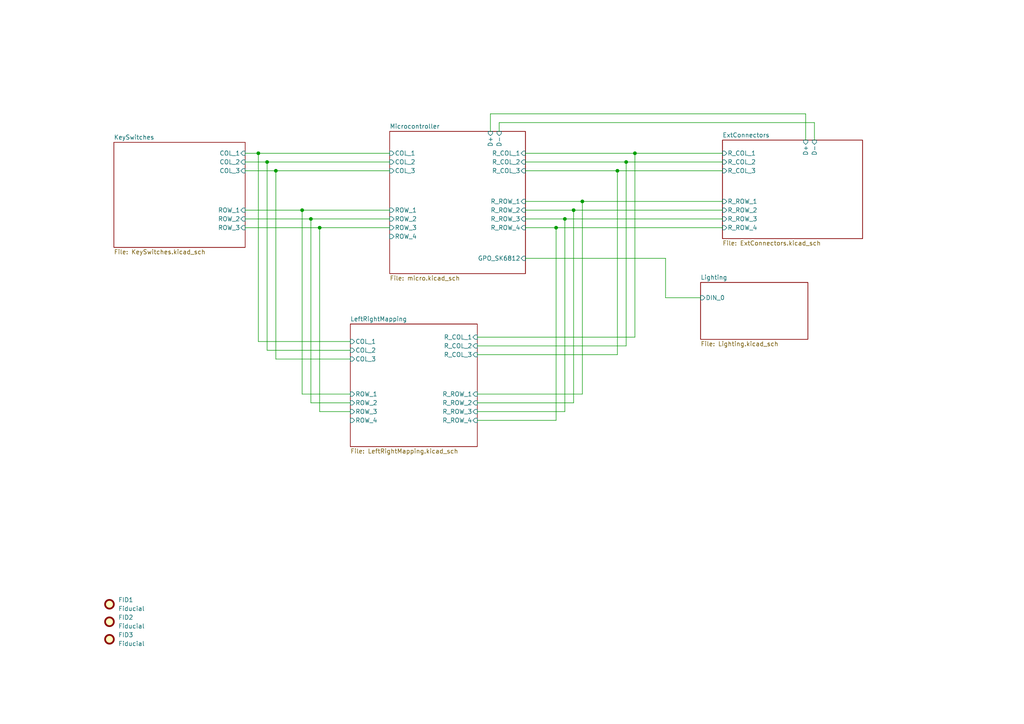
<source format=kicad_sch>
(kicad_sch (version 20231120) (generator "eeschema") (generator_version "8.0")
  (paper "A4")
  (title_block (title "Cheapino") (rev "2") (company "Tompi"))
  (lib_symbols
    (symbol "Mechanical:Fiducial" (exclude_from_sim yes) (in_bom no)
      (property "Reference" "FID" (at 0 5.08 0))
      (property "Value" "Fiducial" (at 0 3.175 0))
      (symbol "Fiducial_0_1"
        (circle (center 0 0) (radius 1.27) (stroke (width 0.508)) (fill (type background)))
      )
    )
  )
  (junction (at 80.01 49.53))
  (junction (at 87.63 60.96))
  (junction (at 92.71 66.04))
  (junction (at 77.47 46.99))
  (junction (at 163.83 63.5))
  (junction (at 166.37 60.96))
  (junction (at 90.17 63.5))
  (junction (at 168.91 58.42))
  (junction (at 181.61 46.99))
  (junction (at 74.93 44.45))
  (junction (at 161.29 66.04))
  (junction (at 184.15 44.45))
  (junction (at 179.07 49.53))
  (wire (pts (xy 71.12 44.45) (xy 74.93 44.45)))
  (wire (pts (xy 233.68 40.64) (xy 233.68 33.02)))
  (wire (pts (xy 144.78 35.56) (xy 236.22 35.56)))
  (wire (pts (xy 90.17 116.84) (xy 90.17 63.5)))
  (wire (pts (xy 101.6 104.14) (xy 80.01 104.14)))
  (wire (pts (xy 168.91 58.42) (xy 209.55 58.42)))
  (wire (pts (xy 203.2 86.36) (xy 193.04 86.36)))
  (wire (pts (xy 101.6 116.84) (xy 90.17 116.84)))
  (wire (pts (xy 142.24 33.02) (xy 142.24 38.1)))
  (wire (pts (xy 152.4 58.42) (xy 168.91 58.42)))
  (wire (pts (xy 163.83 63.5) (xy 163.83 119.38)))
  (wire (pts (xy 101.6 99.06) (xy 74.93 99.06)))
  (wire (pts (xy 71.12 66.04) (xy 92.71 66.04)))
  (wire (pts (xy 92.71 66.04) (xy 113.03 66.04)))
  (wire (pts (xy 144.78 38.1) (xy 144.78 35.56)))
  (wire (pts (xy 179.07 102.87) (xy 179.07 49.53)))
  (wire (pts (xy 163.83 119.38) (xy 138.43 119.38)))
  (wire (pts (xy 181.61 46.99) (xy 181.61 100.33)))
  (wire (pts (xy 80.01 104.14) (xy 80.01 49.53)))
  (wire (pts (xy 87.63 60.96) (xy 113.03 60.96)))
  (wire (pts (xy 179.07 49.53) (xy 209.55 49.53)))
  (wire (pts (xy 138.43 102.87) (xy 179.07 102.87)))
  (wire (pts (xy 77.47 46.99) (xy 113.03 46.99)))
  (wire (pts (xy 168.91 114.3) (xy 138.43 114.3)))
  (wire (pts (xy 101.6 119.38) (xy 92.71 119.38)))
  (wire (pts (xy 236.22 35.56) (xy 236.22 40.64)))
  (wire (pts (xy 71.12 60.96) (xy 87.63 60.96)))
  (wire (pts (xy 138.43 121.92) (xy 161.29 121.92)))
  (wire (pts (xy 166.37 116.84) (xy 138.43 116.84)))
  (wire (pts (xy 181.61 100.33) (xy 138.43 100.33)))
  (wire (pts (xy 74.93 44.45) (xy 113.03 44.45)))
  (wire (pts (xy 161.29 66.04) (xy 161.29 121.92)))
  (wire (pts (xy 166.37 60.96) (xy 209.55 60.96)))
  (wire (pts (xy 184.15 44.45) (xy 184.15 97.79)))
  (wire (pts (xy 101.6 114.3) (xy 87.63 114.3)))
  (wire (pts (xy 161.29 66.04) (xy 152.4 66.04)))
  (wire (pts (xy 209.55 66.04) (xy 161.29 66.04)))
  (wire (pts (xy 87.63 60.96) (xy 87.63 114.3)))
  (wire (pts (xy 152.4 60.96) (xy 166.37 60.96)))
  (wire (pts (xy 138.43 97.79) (xy 184.15 97.79)))
  (wire (pts (xy 184.15 44.45) (xy 209.55 44.45)))
  (wire (pts (xy 77.47 101.6) (xy 77.47 46.99)))
  (wire (pts (xy 152.4 49.53) (xy 179.07 49.53)))
  (wire (pts (xy 193.04 86.36) (xy 193.04 74.93)))
  (wire (pts (xy 193.04 74.93) (xy 152.4 74.93)))
  (wire (pts (xy 184.15 44.45) (xy 152.4 44.45)))
  (wire (pts (xy 166.37 60.96) (xy 166.37 116.84)))
  (wire (pts (xy 71.12 49.53) (xy 80.01 49.53)))
  (wire (pts (xy 80.01 49.53) (xy 113.03 49.53)))
  (wire (pts (xy 233.68 33.02) (xy 142.24 33.02)))
  (wire (pts (xy 168.91 58.42) (xy 168.91 114.3)))
  (wire (pts (xy 101.6 101.6) (xy 77.47 101.6)))
  (wire (pts (xy 90.17 63.5) (xy 113.03 63.5)))
  (wire (pts (xy 181.61 46.99) (xy 209.55 46.99)))
  (wire (pts (xy 71.12 46.99) (xy 77.47 46.99)))
  (wire (pts (xy 74.93 99.06) (xy 74.93 44.45)))
  (wire (pts (xy 152.4 46.99) (xy 181.61 46.99)))
  (wire (pts (xy 71.12 63.5) (xy 90.17 63.5)))
  (wire (pts (xy 163.83 63.5) (xy 209.55 63.5)))
  (wire (pts (xy 152.4 63.5) (xy 163.83 63.5)))
  (wire (pts (xy 92.71 119.38) (xy 92.71 66.04)))
  (symbol (lib_id "Mechanical:Fiducial") (at 31.75 175.26 0) (unit 1) (exclude_from_sim yes) (in_bom no)
    (property "Reference" "FID1" (at 34.29 173.9899 0) (effects (justify left)))
    (property "Value" "Fiducial" (at 34.29 176.5299 0) (effects (justify left)))
    (property "Footprint" "Fiducial:Fiducial_1mm_Mask2mm" (effects (hide yes)))
    (property "Description" "Fiducial Marker" (effects (hide yes)))
  )
  (symbol (lib_id "Mechanical:Fiducial") (at 31.75 185.42 0) (unit 1) (exclude_from_sim yes) (in_bom no)
    (property "Reference" "FID3" (at 34.29 184.1499 0) (effects (justify left)))
    (property "Value" "Fiducial" (at 34.29 186.6899 0) (effects (justify left)))
    (property "Footprint" "Fiducial:Fiducial_1mm_Mask2mm" (effects (hide yes)))
    (property "Description" "Fiducial Marker" (effects (hide yes)))
  )
  (symbol (lib_id "Mechanical:Fiducial") (at 31.75 180.34 0) (unit 1) (exclude_from_sim yes) (in_bom no)
    (property "Reference" "FID2" (at 34.29 179.0699 0) (effects (justify left)))
    (property "Value" "Fiducial" (at 34.29 181.6099 0) (effects (justify left)))
    (property "Footprint" "Fiducial:Fiducial_1mm_Mask2mm" (effects (hide yes)))
    (property "Description" "Fiducial Marker" (effects (hide yes)))
  )
  (sheet (at 203.2 81.915) (size 31.115 16.51) (stroke (width 0.1524))
    (property "Sheetname" "Lighting" (at 203.2 81.2034 0) (effects (justify left bottom)))
    (property "Sheetfile" "Lighting.kicad_sch" (at 203.2 99.0096 0) (effects (justify left top)))
    (pin "DIN_0" input (at 203.2 86.36 180))
  )
  (sheet (at 101.6 93.98) (size 36.83 35.56) (stroke (width 0.1524))
    (property "Sheetname" "LeftRightMapping" (at 101.6 93.2684 0) (effects (justify left bottom)))
    (property "Sheetfile" "LeftRightMapping.kicad_sch" (at 101.6 130.1246 0) (effects (justify left top)))
    (pin "R_ROW_3" input (at 138.43 119.38 0))
    (pin "R_ROW_1" input (at 138.43 114.3 0))
    (pin "R_ROW_2" input (at 138.43 116.84 0))
    (pin "R_ROW_4" input (at 138.43 121.92 0))
    (pin "R_COL_1" input (at 138.43 97.79 0))
    (pin "R_COL_3" input (at 138.43 102.87 0))
    (pin "R_COL_2" input (at 138.43 100.33 0))
    (pin "COL_1" input (at 101.6 99.06 180))
    (pin "COL_2" input (at 101.6 101.6 180))
    (pin "COL_3" input (at 101.6 104.14 180))
    (pin "ROW_2" input (at 101.6 116.84 180))
    (pin "ROW_1" input (at 101.6 114.3 180))
    (pin "ROW_3" input (at 101.6 119.38 180))
    (pin "ROW_4" input (at 101.6 121.92 180))
  )
  (sheet (at 113.03 38.1) (size 39.37 41.275) (stroke (width 0.1524))
    (property "Sheetname" "Microcontroller" (at 113.03 37.3884 0) (effects (justify left bottom)))
    (property "Sheetfile" "micro.kicad_sch" (at 113.03 79.9596 0) (effects (justify left top)))
    (pin "COL_1" input (at 113.03 44.45 180))
    (pin "COL_2" input (at 113.03 46.99 180))
    (pin "R_ROW_4" input (at 152.4 66.04 0))
    (pin "ROW_4" input (at 113.03 68.58 180))
    (pin "R_ROW_3" input (at 152.4 63.5 0))
    (pin "ROW_1" input (at 113.03 60.96 180))
    (pin "ROW_2" input (at 113.03 63.5 180))
    (pin "ROW_3" input (at 113.03 66.04 180))
    (pin "COL_3" input (at 113.03 49.53 180))
    (pin "R_COL_2" input (at 152.4 46.99 0))
    (pin "R_ROW_2" input (at 152.4 60.96 0))
    (pin "R_COL_1" input (at 152.4 44.45 0))
    (pin "R_ROW_1" input (at 152.4 58.42 0))
    (pin "R_COL_3" input (at 152.4 49.53 0))
    (pin "D-" input (at 144.78 38.1 90))
    (pin "D+" input (at 142.24 38.1 90))
    (pin "GPO_SK6812" input (at 152.4 74.93 0))
  )
  (sheet (at 209.55 40.64) (size 40.64 28.575) (stroke (width 0.1524))
    (property "Sheetname" "ExtConnectors" (at 209.55 39.9284 0) (effects (justify left bottom)))
    (property "Sheetfile" "ExtConnectors.kicad_sch" (at 209.55 69.7996 0) (effects (justify left top)))
    (pin "R_ROW_3" input (at 209.55 63.5 180))
    (pin "R_COL_3" input (at 209.55 49.53 180))
    (pin "R_ROW_1" input (at 209.55 58.42 180))
    (pin "R_ROW_2" input (at 209.55 60.96 180))
    (pin "R_ROW_4" input (at 209.55 66.04 180))
    (pin "R_COL_1" input (at 209.55 44.45 180))
    (pin "R_COL_2" input (at 209.55 46.99 180))
    (pin "D+" input (at 233.68 40.64 90))
    (pin "D-" input (at 236.22 40.64 90))
  )
  (sheet (at 33.02 41.275) (size 38.1 30.48) (stroke (width 0.1524))
    (property "Sheetname" "KeySwitches" (at 33.02 40.5634 0) (effects (justify left bottom)))
    (property "Sheetfile" "KeySwitches.kicad_sch" (at 33.02 72.3396 0) (effects (justify left top)))
    (pin "COL_1" input (at 71.12 44.45 0))
    (pin "ROW_3" input (at 71.12 66.04 0))
    (pin "ROW_1" input (at 71.12 60.96 0))
    (pin "COL_3" input (at 71.12 49.53 0))
    (pin "ROW_2" input (at 71.12 63.5 0))
    (pin "COL_2" input (at 71.12 46.99 0))
  )
)
</source>
